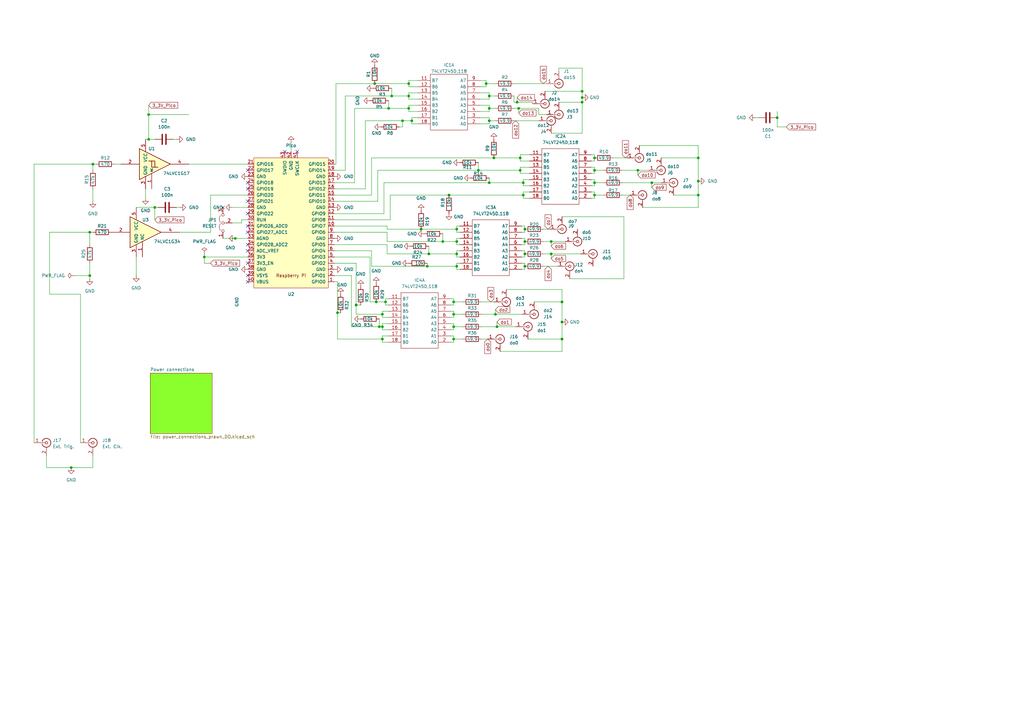
<source format=kicad_sch>
(kicad_sch (version 20230121) (generator eeschema)
  (paper "A3")
  (title_block (title "Prawn DO Breakout") (date "2024-01-19") (rev "01") (company "US Army Research Laboratory") (comment 1 "Email: david.h.meyer3.civ@army.mil") (comment 2 "Original Design By: David Meyer"))
  (junction (at 83.82 105.41))
  (junction (at 214.63 80.01))
  (junction (at 167.64 44.45))
  (junction (at 213.36 69.85))
  (junction (at 187.325 109.22))
  (junction (at 186.055 128.905))
  (junction (at 203.835 133.985))
  (junction (at 213.36 64.77))
  (junction (at 238.76 37.465))
  (junction (at 63.5 85.09))
  (junction (at 226.06 104.14))
  (junction (at 60.96 46.99))
  (junction (at 172.72 93.98))
  (junction (at 203.2 128.905))
  (junction (at 215.265 93.98))
  (junction (at 267.335 74.93))
  (junction (at 199.39 34.29))
  (junction (at 156.845 133.985))
  (junction (at 187.325 104.14))
  (junction (at 186.055 123.825))
  (junction (at 184.15 80.01))
  (junction (at 212.725 44.45))
  (junction (at 200.66 49.53))
  (junction (at 167.64 39.37))
  (junction (at 230.505 132.08))
  (junction (at 215.265 109.22))
  (junction (at 186.055 139.065))
  (junction (at 181.61 99.06))
  (junction (at 167.64 34.29))
  (junction (at 156.845 139.065))
  (junction (at 243.84 64.77))
  (junction (at 200.66 74.93))
  (junction (at 160.655 39.37))
  (junction (at 38.1 67.31))
  (junction (at 286.385 74.295))
  (junction (at 165.1 49.53))
  (junction (at 215.265 99.06))
  (junction (at 243.84 69.85))
  (junction (at 186.055 133.985))
  (junction (at 156.845 128.905))
  (junction (at 146.05 125.095))
  (junction (at 286.385 64.77))
  (junction (at 286.385 80.01))
  (junction (at 243.84 80.01))
  (junction (at 318.77 48.26))
  (junction (at 243.84 74.93))
  (junction (at 187.325 93.98))
  (junction (at 215.265 104.14))
  (junction (at 187.325 99.06))
  (junction (at 175.26 109.22))
  (junction (at 29.21 191.77))
  (junction (at 159.385 44.45))
  (junction (at 155.575 133.985))
  (junction (at 196.215 69.85))
  (junction (at 214.63 74.93))
  (junction (at 238.76 40.005))
  (junction (at 96.52 97.79))
  (junction (at 36.83 95.25))
  (junction (at 230.505 139.065))
  (junction (at 36.83 113.03))
  (junction (at 158.115 123.825))
  (junction (at 154.305 123.825))
  (junction (at 212.09 41.91))
  (junction (at 202.565 64.77))
  (junction (at 200.66 44.45))
  (junction (at 138.43 128.27))
  (junction (at 261.62 69.85))
  (junction (at 60.96 57.15))
  (junction (at 168.91 49.53))
  (junction (at 175.895 104.14))
  (junction (at 153.67 34.29))
  (junction (at 230.505 123.825))
  (junction (at 238.76 41.91))
  (junction (at 200.66 39.37))
  (junction (at 226.06 99.06))
  (no_connect (at 101.6 77.47))
  (no_connect (at 116.84 62.23))
  (no_connect (at 101.6 113.03))
  (no_connect (at 101.6 82.55))
  (no_connect (at 101.6 100.33))
  (no_connect (at 101.6 69.85))
  (no_connect (at 101.6 87.63))
  (no_connect (at 101.6 74.93))
  (no_connect (at 101.6 107.95))
  (no_connect (at 121.92 62.23))
  (no_connect (at 101.6 102.87))
  (no_connect (at 101.6 92.71))
  (no_connect (at 101.6 95.25))
  (no_connect (at 91.44 85.09))
  (no_connect (at 101.6 115.57))
  (wire (pts (xy 214.63 81.28) (xy 217.17 81.28)))
  (wire (pts (xy 187.325 107.95) (xy 187.325 109.22)))
  (wire (pts (xy 187.325 97.79) (xy 187.325 99.06)))
  (wire (pts (xy 213.36 63.5) (xy 217.17 63.5)))
  (wire (pts (xy 59.69 77.47) (xy 59.69 81.28)))
  (wire (pts (xy 242.57 78.74) (xy 243.84 78.74)))
  (wire (pts (xy 155.575 130.81) (xy 155.575 133.985)))
  (wire (pts (xy 159.385 44.45) (xy 167.64 44.45)))
  (wire (pts (xy 243.84 71.12) (xy 242.57 71.12)))
  (wire (pts (xy 243.84 81.28) (xy 242.57 81.28)))
  (wire (pts (xy 168.91 49.53) (xy 168.91 48.26)))
  (wire (pts (xy 217.17 78.74) (xy 214.63 78.74)))
  (wire (pts (xy 99.06 91.44) (xy 99.06 90.17)))
  (wire (pts (xy 144.145 113.03) (xy 144.145 133.985)))
  (wire (pts (xy 222.885 109.22) (xy 228.6 109.22)))
  (wire (pts (xy 184.785 137.795) (xy 186.055 137.795)))
  (wire (pts (xy 203.835 133.985) (xy 211.455 133.985)))
  (wire (pts (xy 157.48 74.93) (xy 200.66 74.93)))
  (wire (pts (xy 242.57 76.2) (xy 243.84 76.2)))
  (wire (pts (xy 186.055 128.905) (xy 189.865 128.905)))
  (wire (pts (xy 215.265 107.95) (xy 215.265 109.22)))
  (wire (pts (xy 186.055 123.825) (xy 189.865 123.825)))
  (wire (pts (xy 160.02 80.01) (xy 184.15 80.01)))
  (wire (pts (xy 187.325 99.06) (xy 187.325 100.33)))
  (wire (pts (xy 217.17 68.58) (xy 213.36 68.58)))
  (wire (pts (xy 255.905 88.9) (xy 230.505 88.9)))
  (wire (pts (xy 238.76 37.465) (xy 238.76 40.005)))
  (wire (pts (xy 322.58 52.07) (xy 318.77 52.07)))
  (wire (pts (xy 60.96 46.99) (xy 60.96 57.15)))
  (wire (pts (xy 167.64 35.56) (xy 167.64 34.29)))
  (wire (pts (xy 230.505 118.745) (xy 207.645 118.745)))
  (wire (pts (xy 215.265 105.41) (xy 215.265 104.14)))
  (wire (pts (xy 243.84 69.85) (xy 243.84 71.12)))
  (wire (pts (xy 71.12 57.15) (xy 72.39 57.15)))
  (wire (pts (xy 146.05 125.095) (xy 146.05 128.905)))
  (wire (pts (xy 229.235 27.94) (xy 238.76 27.94)))
  (wire (pts (xy 175.26 109.22) (xy 187.325 109.22)))
  (wire (pts (xy 200.66 39.37) (xy 203.2 39.37)))
  (wire (pts (xy 200.66 39.37) (xy 200.66 38.1)))
  (wire (pts (xy 171.45 40.64) (xy 167.64 40.64)))
  (wire (pts (xy 213.36 63.5) (xy 213.36 64.77)))
  (wire (pts (xy 156.845 140.335) (xy 159.385 140.335)))
  (wire (pts (xy 20.32 120.65) (xy 20.32 95.25)))
  (wire (pts (xy 243.84 68.58) (xy 243.84 69.85)))
  (wire (pts (xy 165.1 52.07) (xy 165.1 49.53)))
  (wire (pts (xy 141.605 39.37) (xy 141.605 69.85)))
  (wire (pts (xy 199.39 35.56) (xy 199.39 34.29)))
  (wire (pts (xy 137.16 105.41) (xy 151.765 105.41)))
  (wire (pts (xy 86.36 95.25) (xy 86.36 80.01)))
  (wire (pts (xy 20.32 95.25) (xy 36.83 95.25)))
  (wire (pts (xy 286.385 74.295) (xy 286.385 64.77)))
  (wire (pts (xy 158.115 122.555) (xy 158.115 123.825)))
  (wire (pts (xy 184.15 80.01) (xy 214.63 80.01)))
  (wire (pts (xy 213.36 69.85) (xy 213.36 71.12)))
  (wire (pts (xy 137.16 107.95) (xy 146.05 107.95)))
  (wire (pts (xy 137.16 67.31) (xy 137.795 67.31)))
  (wire (pts (xy 38.1 67.31) (xy 38.1 69.85)))
  (wire (pts (xy 19.05 186.69) (xy 19.05 191.77)))
  (wire (pts (xy 171.45 35.56) (xy 167.64 35.56)))
  (wire (pts (xy 196.85 50.8) (xy 200.66 50.8)))
  (wire (pts (xy 184.785 132.715) (xy 186.055 132.715)))
  (wire (pts (xy 212.725 44.45) (xy 212.725 46.355)))
  (wire (pts (xy 145.415 44.45) (xy 145.415 74.93)))
  (wire (pts (xy 243.84 63.5) (xy 243.84 64.77)))
  (wire (pts (xy 263.525 85.09) (xy 286.385 85.09)))
  (wire (pts (xy 83.82 105.41) (xy 83.82 107.95)))
  (wire (pts (xy 158.75 100.33) (xy 158.75 104.14)))
  (wire (pts (xy 77.47 46.99) (xy 60.96 46.99)))
  (wire (pts (xy 186.055 122.555) (xy 184.785 122.555)))
  (wire (pts (xy 167.64 44.45) (xy 167.64 43.18)))
  (wire (pts (xy 197.485 133.985) (xy 203.835 133.985)))
  (wire (pts (xy 159.385 122.555) (xy 158.115 122.555)))
  (wire (pts (xy 243.84 64.77) (xy 243.84 66.04)))
  (wire (pts (xy 222.885 99.06) (xy 226.06 99.06)))
  (wire (pts (xy 188.595 97.79) (xy 187.325 97.79)))
  (wire (pts (xy 159.385 127.635) (xy 156.845 127.635)))
  (wire (pts (xy 212.09 41.91) (xy 210.82 41.91)))
  (wire (pts (xy 224.155 46.99) (xy 220.98 46.99)))
  (wire (pts (xy 215.265 95.25) (xy 215.265 93.98)))
  (wire (pts (xy 184.785 140.335) (xy 186.055 140.335)))
  (wire (pts (xy 200.66 44.45) (xy 200.66 43.18)))
  (wire (pts (xy 242.57 63.5) (xy 243.84 63.5)))
  (wire (pts (xy 214.63 76.2) (xy 217.17 76.2)))
  (wire (pts (xy 96.52 97.79) (xy 101.6 97.79)))
  (wire (pts (xy 137.16 90.17) (xy 160.02 90.17)))
  (wire (pts (xy 222.885 93.98) (xy 225.425 93.98)))
  (wire (pts (xy 149.86 49.53) (xy 165.1 49.53)))
  (wire (pts (xy 220.98 49.53) (xy 210.82 49.53)))
  (wire (pts (xy 141.605 39.37) (xy 160.655 39.37)))
  (wire (pts (xy 215.265 100.33) (xy 215.265 99.06)))
  (wire (pts (xy 156.845 137.795) (xy 156.845 139.065)))
  (wire (pts (xy 187.325 105.41) (xy 188.595 105.41)))
  (wire (pts (xy 203.835 132.08) (xy 203.835 133.985)))
  (wire (pts (xy 197.485 139.065) (xy 200.025 139.065)))
  (wire (pts (xy 146.05 128.905) (xy 156.845 128.905)))
  (wire (pts (xy 200.66 39.37) (xy 200.66 40.64)))
  (wire (pts (xy 159.385 132.715) (xy 156.845 132.715)))
  (wire (pts (xy 243.84 69.85) (xy 247.65 69.85)))
  (wire (pts (xy 144.145 133.985) (xy 155.575 133.985)))
  (wire (pts (xy 33.02 120.65) (xy 20.32 120.65)))
  (wire (pts (xy 13.97 181.61) (xy 13.97 67.31)))
  (wire (pts (xy 186.055 137.795) (xy 186.055 139.065)))
  (wire (pts (xy 203.2 34.29) (xy 199.39 34.29)))
  (wire (pts (xy 276.225 80.01) (xy 286.385 80.01)))
  (wire (pts (xy 219.075 123.825) (xy 230.505 123.825)))
  (wire (pts (xy 158.75 104.14) (xy 175.895 104.14)))
  (wire (pts (xy 218.44 41.91) (xy 218.44 42.545)))
  (wire (pts (xy 226.06 99.06) (xy 226.06 100.965)))
  (wire (pts (xy 197.485 128.905) (xy 203.2 128.905)))
  (wire (pts (xy 137.16 77.47) (xy 149.86 77.47)))
  (wire (pts (xy 196.85 38.1) (xy 200.66 38.1)))
  (wire (pts (xy 230.505 144.145) (xy 230.505 139.065)))
  (wire (pts (xy 309.88 48.26) (xy 311.15 48.26)))
  (wire (pts (xy 137.16 82.55) (xy 154.94 82.55)))
  (wire (pts (xy 238.76 41.91) (xy 238.76 54.61)))
  (wire (pts (xy 213.995 105.41) (xy 215.265 105.41)))
  (wire (pts (xy 137.16 115.57) (xy 138.43 115.57)))
  (wire (pts (xy 213.995 107.95) (xy 215.265 107.95)))
  (wire (pts (xy 59.69 57.15) (xy 60.96 57.15)))
  (wire (pts (xy 187.325 104.14) (xy 187.325 105.41)))
  (wire (pts (xy 36.83 95.25) (xy 36.83 100.33)))
  (wire (pts (xy 186.055 122.555) (xy 186.055 123.825)))
  (wire (pts (xy 154.94 69.85) (xy 154.94 82.55)))
  (wire (pts (xy 171.45 45.72) (xy 167.64 45.72)))
  (wire (pts (xy 267.335 74.93) (xy 271.145 74.93)))
  (wire (pts (xy 222.885 104.14) (xy 226.06 104.14)))
  (wire (pts (xy 83.82 107.95) (xy 86.36 107.95)))
  (wire (pts (xy 255.905 114.3) (xy 255.905 88.9)))
  (wire (pts (xy 172.72 93.98) (xy 187.325 93.98)))
  (wire (pts (xy 243.84 78.74) (xy 243.84 80.01)))
  (wire (pts (xy 255.27 69.85) (xy 261.62 69.85)))
  (wire (pts (xy 156.845 139.065) (xy 156.845 140.335)))
  (wire (pts (xy 168.91 50.8) (xy 168.91 49.53)))
  (wire (pts (xy 167.64 40.64) (xy 167.64 39.37)))
  (wire (pts (xy 187.325 100.33) (xy 188.595 100.33)))
  (wire (pts (xy 238.76 54.61) (xy 226.06 54.61)))
  (wire (pts (xy 91.44 97.79) (xy 96.52 97.79)))
  (wire (pts (xy 226.06 106.045) (xy 226.06 104.14)))
  (wire (pts (xy 55.88 105.41) (xy 55.88 113.03)))
  (wire (pts (xy 213.995 100.33) (xy 215.265 100.33)))
  (wire (pts (xy 138.43 128.27) (xy 139.7 128.27)))
  (wire (pts (xy 158.75 99.06) (xy 181.61 99.06)))
  (wire (pts (xy 202.565 64.77) (xy 213.36 64.77)))
  (wire (pts (xy 238.76 40.005) (xy 238.76 41.91)))
  (wire (pts (xy 151.765 123.825) (xy 154.305 123.825)))
  (wire (pts (xy 203.2 128.905) (xy 213.995 128.905)))
  (wire (pts (xy 154.94 69.85) (xy 196.215 69.85)))
  (wire (pts (xy 138.43 115.57) (xy 138.43 128.27)))
  (wire (pts (xy 38.1 77.47) (xy 38.1 82.55)))
  (wire (pts (xy 230.505 132.08) (xy 230.505 139.065)))
  (wire (pts (xy 95.25 91.44) (xy 99.06 91.44)))
  (wire (pts (xy 215.265 109.22) (xy 215.265 110.49)))
  (wire (pts (xy 187.325 102.87) (xy 187.325 104.14)))
  (wire (pts (xy 213.36 68.58) (xy 213.36 69.85)))
  (wire (pts (xy 196.85 45.72) (xy 200.66 45.72)))
  (wire (pts (xy 230.505 118.745) (xy 230.505 123.825)))
  (wire (pts (xy 243.84 74.93) (xy 243.84 76.2)))
  (wire (pts (xy 188.595 95.25) (xy 187.325 95.25)))
  (wire (pts (xy 286.385 64.77) (xy 286.385 59.69)))
  (wire (pts (xy 186.055 140.335) (xy 186.055 139.065)))
  (wire (pts (xy 181.61 99.06) (xy 187.325 99.06)))
  (wire (pts (xy 151.765 105.41) (xy 151.765 123.825)))
  (wire (pts (xy 158.115 125.095) (xy 159.385 125.095)))
  (wire (pts (xy 186.055 127.635) (xy 186.055 128.905)))
  (wire (pts (xy 153.67 34.29) (xy 167.64 34.29)))
  (wire (pts (xy 200.66 74.93) (xy 214.63 74.93)))
  (wire (pts (xy 271.145 64.77) (xy 286.385 64.77)))
  (wire (pts (xy 199.39 34.29) (xy 199.39 33.02)))
  (wire (pts (xy 157.48 74.93) (xy 157.48 87.63)))
  (wire (pts (xy 230.505 123.825) (xy 230.505 132.08)))
  (wire (pts (xy 187.325 92.71) (xy 188.595 92.71)))
  (wire (pts (xy 238.76 27.94) (xy 238.76 37.465)))
  (wire (pts (xy 156.845 133.985) (xy 156.845 135.255)))
  (wire (pts (xy 188.595 107.95) (xy 187.325 107.95)))
  (wire (pts (xy 99.06 90.17) (xy 101.6 90.17)))
  (wire (pts (xy 187.325 93.98) (xy 187.325 92.71)))
  (wire (pts (xy 215.265 102.87) (xy 213.995 102.87)))
  (wire (pts (xy 214.63 78.74) (xy 214.63 80.01)))
  (wire (pts (xy 137.16 92.71) (xy 158.75 92.71)))
  (wire (pts (xy 213.36 64.77) (xy 213.36 66.04)))
  (wire (pts (xy 137.16 74.93) (xy 145.415 74.93)))
  (wire (pts (xy 286.385 59.69) (xy 262.255 59.69)))
  (wire (pts (xy 196.85 35.56) (xy 199.39 35.56)))
  (wire (pts (xy 186.055 125.095) (xy 184.785 125.095)))
  (wire (pts (xy 83.82 104.14) (xy 83.82 105.41)))
  (wire (pts (xy 159.385 137.795) (xy 156.845 137.795)))
  (wire (pts (xy 158.75 93.98) (xy 172.72 93.98)))
  (wire (pts (xy 243.84 74.93) (xy 247.65 74.93)))
  (wire (pts (xy 63.5 85.09) (xy 63.5 90.17)))
  (wire (pts (xy 243.84 80.01) (xy 247.65 80.01)))
  (wire (pts (xy 184.785 135.255) (xy 186.055 135.255)))
  (wire (pts (xy 36.83 107.95) (xy 36.83 113.03)))
  (wire (pts (xy 200.66 45.72) (xy 200.66 44.45)))
  (wire (pts (xy 55.88 85.09) (xy 63.5 85.09)))
  (wire (pts (xy 261.62 69.85) (xy 266.065 69.85)))
  (wire (pts (xy 175.26 107.95) (xy 175.26 109.22)))
  (wire (pts (xy 286.385 74.295) (xy 286.385 80.01)))
  (wire (pts (xy 261.62 69.85) (xy 261.62 71.755)))
  (wire (pts (xy 46.99 67.31) (xy 49.53 67.31)))
  (wire (pts (xy 63.5 85.09) (xy 64.77 85.09)))
  (wire (pts (xy 152.4 64.77) (xy 152.4 80.01)))
  (wire (pts (xy 149.86 49.53) (xy 149.86 77.47)))
  (wire (pts (xy 200.66 49.53) (xy 203.2 49.53)))
  (wire (pts (xy 156.845 130.175) (xy 159.385 130.175)))
  (wire (pts (xy 200.66 50.8) (xy 200.66 49.53)))
  (wire (pts (xy 286.385 80.01) (xy 286.385 85.09)))
  (wire (pts (xy 160.655 39.37) (xy 167.64 39.37)))
  (wire (pts (xy 137.16 80.01) (xy 152.4 80.01)))
  (wire (pts (xy 318.77 52.07) (xy 318.77 48.26)))
  (wire (pts (xy 60.96 57.15) (xy 63.5 57.15)))
  (wire (pts (xy 196.85 40.64) (xy 200.66 40.64)))
  (wire (pts (xy 137.16 69.85) (xy 141.605 69.85)))
  (wire (pts (xy 156.845 128.905) (xy 156.845 130.175)))
  (wire (pts (xy 212.09 40.005) (xy 212.09 41.91)))
  (wire (pts (xy 13.97 67.31) (xy 38.1 67.31)))
  (wire (pts (xy 187.325 95.25) (xy 187.325 93.98)))
  (wire (pts (xy 152.4 102.87) (xy 152.4 109.22)))
  (wire (pts (xy 200.66 44.45) (xy 203.2 44.45)))
  (wire (pts (xy 242.57 68.58) (xy 243.84 68.58)))
  (wire (pts (xy 210.82 34.29) (xy 224.155 34.29)))
  (wire (pts (xy 38.1 186.69) (xy 38.1 191.77)))
  (wire (pts (xy 30.48 113.03) (xy 36.83 113.03)))
  (wire (pts (xy 77.47 67.31) (xy 101.6 67.31)))
  (wire (pts (xy 229.235 41.91) (xy 238.76 41.91)))
  (wire (pts (xy 145.415 44.45) (xy 159.385 44.45)))
  (wire (pts (xy 181.61 95.885) (xy 181.61 99.06)))
  (wire (pts (xy 38.1 67.31) (xy 39.37 67.31)))
  (wire (pts (xy 83.82 105.41) (xy 101.6 105.41)))
  (wire (pts (xy 137.795 34.29) (xy 153.67 34.29)))
  (wire (pts (xy 167.64 38.1) (xy 171.45 38.1)))
  (wire (pts (xy 214.63 80.01) (xy 214.63 81.28)))
  (wire (pts (xy 217.17 73.66) (xy 214.63 73.66)))
  (wire (pts (xy 156.845 127.635) (xy 156.845 128.905)))
  (wire (pts (xy 251.46 64.77) (xy 257.175 64.77)))
  (wire (pts (xy 137.16 95.25) (xy 158.75 95.25)))
  (wire (pts (xy 196.215 69.85) (xy 213.36 69.85)))
  (wire (pts (xy 167.64 43.18) (xy 171.45 43.18)))
  (wire (pts (xy 214.63 73.66) (xy 214.63 74.93)))
  (wire (pts (xy 137.16 87.63) (xy 157.48 87.63)))
  (wire (pts (xy 196.85 43.18) (xy 200.66 43.18)))
  (wire (pts (xy 186.055 128.905) (xy 186.055 130.175)))
  (wire (pts (xy 72.39 85.09) (xy 73.66 85.09)))
  (wire (pts (xy 215.265 97.79) (xy 213.995 97.79)))
  (wire (pts (xy 242.57 73.66) (xy 243.84 73.66)))
  (wire (pts (xy 215.265 99.06) (xy 215.265 97.79)))
  (wire (pts (xy 60.96 43.18) (xy 60.96 46.99)))
  (wire (pts (xy 175.895 104.14) (xy 187.325 104.14)))
  (wire (pts (xy 200.66 73.025) (xy 200.66 74.93)))
  (wire (pts (xy 167.64 34.29) (xy 167.64 33.02)))
  (wire (pts (xy 146.05 107.95) (xy 146.05 125.095)))
  (wire (pts (xy 160.02 80.01) (xy 160.02 90.17)))
  (wire (pts (xy 196.85 48.26) (xy 200.66 48.26)))
  (wire (pts (xy 154.305 123.825) (xy 158.115 123.825)))
  (wire (pts (xy 197.485 123.825) (xy 202.565 123.825)))
  (wire (pts (xy 138.43 128.27) (xy 138.43 139.065)))
  (wire (pts (xy 213.995 95.25) (xy 215.265 95.25)))
  (wire (pts (xy 175.895 100.965) (xy 175.895 104.14)))
  (wire (pts (xy 168.91 48.26) (xy 171.45 48.26)))
  (wire (pts (xy 73.66 95.25) (xy 86.36 95.25)))
  (wire (pts (xy 196.85 33.02) (xy 199.39 33.02)))
  (wire (pts (xy 171.45 50.8) (xy 168.91 50.8)))
  (wire (pts (xy 158.75 95.25) (xy 158.75 99.06)))
  (wire (pts (xy 213.36 71.12) (xy 217.17 71.12)))
  (wire (pts (xy 196.215 66.675) (xy 196.215 69.85)))
  (wire (pts (xy 119.38 62.23) (xy 119.38 58.42)))
  (wire (pts (xy 210.82 41.91) (xy 210.82 39.37)))
  (wire (pts (xy 255.27 80.01) (xy 258.445 80.01)))
  (wire (pts (xy 33.02 181.61) (xy 33.02 120.65)))
  (wire (pts (xy 86.36 80.01) (xy 101.6 80.01)))
  (wire (pts (xy 267.335 74.93) (xy 267.335 76.835)))
  (wire (pts (xy 243.84 80.01) (xy 243.84 81.28)))
  (wire (pts (xy 205.105 144.145) (xy 230.505 144.145)))
  (wire (pts (xy 186.055 132.715) (xy 186.055 133.985)))
  (wire (pts (xy 215.265 93.98) (xy 215.265 92.71)))
  (wire (pts (xy 167.64 45.72) (xy 167.64 44.45)))
  (wire (pts (xy 152.4 109.22) (xy 175.26 109.22)))
  (wire (pts (xy 226.06 104.14) (xy 238.125 104.14)))
  (wire (pts (xy 158.75 92.71) (xy 158.75 93.98)))
  (wire (pts (xy 156.845 135.255) (xy 159.385 135.255)))
  (wire (pts (xy 210.82 44.45) (xy 212.725 44.45)))
  (wire (pts (xy 243.84 66.04) (xy 242.57 66.04)))
  (wire (pts (xy 220.98 46.99) (xy 220.98 44.45)))
  (wire (pts (xy 186.055 133.985) (xy 189.865 133.985)))
  (wire (pts (xy 188.595 102.87) (xy 187.325 102.87)))
  (wire (pts (xy 184.785 127.635) (xy 186.055 127.635)))
  (wire (pts (xy 233.68 114.3) (xy 255.905 114.3)))
  (wire (pts (xy 160.655 36.195) (xy 160.655 39.37)))
  (wire (pts (xy 156.845 132.715) (xy 156.845 133.985)))
  (wire (pts (xy 137.16 113.03) (xy 144.145 113.03)))
  (wire (pts (xy 215.265 110.49) (xy 213.995 110.49)))
  (wire (pts (xy 215.265 104.14) (xy 215.265 102.87)))
  (wire (pts (xy 226.06 99.06) (xy 231.775 99.06)))
  (wire (pts (xy 229.235 27.94) (xy 229.235 29.21)))
  (wire (pts (xy 138.43 139.065) (xy 156.845 139.065)))
  (wire (pts (xy 215.265 92.71) (xy 213.995 92.71)))
  (wire (pts (xy 255.27 74.93) (xy 267.335 74.93)))
  (wire (pts (xy 186.055 125.095) (xy 186.055 123.825)))
  (wire (pts (xy 155.575 133.985) (xy 156.845 133.985)))
  (wire (pts (xy 218.44 41.91) (xy 212.09 41.91)))
  (wire (pts (xy 213.36 66.04) (xy 217.17 66.04)))
  (wire (pts (xy 36.83 113.03) (xy 36.83 114.3)))
  (wire (pts (xy 214.63 74.93) (xy 214.63 76.2)))
  (wire (pts (xy 137.795 34.29) (xy 137.795 67.31)))
  (wire (pts (xy 243.84 73.66) (xy 243.84 74.93)))
  (wire (pts (xy 167.64 33.02) (xy 171.45 33.02)))
  (wire (pts (xy 223.52 37.465) (xy 238.76 37.465)))
  (wire (pts (xy 184.785 130.175) (xy 186.055 130.175)))
  (wire (pts (xy 186.055 139.065) (xy 189.865 139.065)))
  (wire (pts (xy 200.66 49.53) (xy 200.66 48.26)))
  (wire (pts (xy 187.325 110.49) (xy 188.595 110.49)))
  (wire (pts (xy 95.25 85.09) (xy 101.6 85.09)))
  (wire (pts (xy 158.115 123.825) (xy 158.115 125.095)))
  (wire (pts (xy 186.055 133.985) (xy 186.055 135.255)))
  (wire (pts (xy 163.83 52.07) (xy 165.1 52.07)))
  (wire (pts (xy 19.05 191.77) (xy 29.21 191.77)))
  (wire (pts (xy 187.325 109.22) (xy 187.325 110.49)))
  (wire (pts (xy 216.535 139.065) (xy 230.505 139.065)))
  (wire (pts (xy 318.77 48.26) (xy 318.77 45.72)))
  (wire (pts (xy 137.16 102.87) (xy 152.4 102.87)))
  (wire (pts (xy 146.05 125.095) (xy 147.955 125.095)))
  (wire (pts (xy 212.725 44.45) (xy 220.98 44.45)))
  (wire (pts (xy 165.1 49.53) (xy 168.91 49.53)))
  (wire (pts (xy 137.16 100.33) (xy 158.75 100.33)))
  (wire (pts (xy 152.4 64.77) (xy 202.565 64.77)))
  (wire (pts (xy 167.64 39.37) (xy 167.64 38.1)))
  (wire (pts (xy 38.1 191.77) (xy 29.21 191.77)))
  (wire (pts (xy 203.2 127) (xy 203.2 128.905)))
  (wire (pts (xy 159.385 41.275) (xy 159.385 44.45)))
  (wire (pts (xy 36.83 95.25) (xy 38.1 95.25)))
  (global_label "do13" (shape input) (at 212.725 46.355 0) (property "Intersheetrefs" "${INTERSHEET_REFS}" (effects hide)))
  (global_label "3_3V_Pico" (shape input) (at 60.96 43.18 0) (property "Intersheetrefs" "${INTERSHEET_REFS}" (effects hide)))
  (global_label "do4" (shape input) (at 224.79 109.22 270) (property "Intersheetrefs" "${INTERSHEET_REFS}" (effects hide)))
  (global_label "do12" (shape input) (at 211.455 49.53 270) (property "Intersheetrefs" "${INTERSHEET_REFS}" (effects hide)))
  (global_label "do15" (shape input) (at 222.885 34.29 90) (property "Intersheetrefs" "${INTERSHEET_REFS}" (effects hide)))
  (global_label "do2" (shape input) (at 203.2 127 0) (property "Intersheetrefs" "${INTERSHEET_REFS}" (effects hide)))
  (global_label "3_3V_Pico" (shape input) (at 86.36 107.95 0) (property "Intersheetrefs" "${INTERSHEET_REFS}" (effects hide)))
  (global_label "do7" (shape input) (at 224.79 93.98 90) (property "Intersheetrefs" "${INTERSHEET_REFS}" (effects hide)))
  (global_label "3_3V_Pico" (shape input) (at 322.58 52.07 0) (property "Intersheetrefs" "${INTERSHEET_REFS}" (effects hide)))
  (global_label "do9" (shape input) (at 267.335 76.835 0) (property "Intersheetrefs" "${INTERSHEET_REFS}" (effects hide)))
  (global_label "do3" (shape input) (at 201.295 123.825 90) (property "Intersheetrefs" "${INTERSHEET_REFS}" (effects hide)))
  (global_label "do5" (shape input) (at 226.06 106.045 0) (property "Intersheetrefs" "${INTERSHEET_REFS}" (effects hide)))
  (global_label "do0" (shape input) (at 200.025 139.065 270) (property "Intersheetrefs" "${INTERSHEET_REFS}" (effects hide)))
  (global_label "do10" (shape input) (at 261.62 71.755 0) (property "Intersheetrefs" "${INTERSHEET_REFS}" (effects hide)))
  (global_label "3_3V_Pico" (shape input) (at 63.5 90.17 0) (property "Intersheetrefs" "${INTERSHEET_REFS}" (effects hide)))
  (global_label "do14" (shape input) (at 212.09 40.005 0) (property "Intersheetrefs" "${INTERSHEET_REFS}" (effects hide)))
  (global_label "do8" (shape input) (at 258.445 80.01 270) (property "Intersheetrefs" "${INTERSHEET_REFS}" (effects hide)))
  (global_label "do1" (shape input) (at 203.835 132.08 0) (property "Intersheetrefs" "${INTERSHEET_REFS}" (effects hide)))
  (global_label "do6" (shape input) (at 226.06 100.965 0) (property "Intersheetrefs" "${INTERSHEET_REFS}" (effects hide)))
  (global_label "do11" (shape input) (at 256.54 64.77 90) (property "Intersheetrefs" "${INTERSHEET_REFS}" (effects hide)))
  (symbol (lib_id "Connector:Conn_Coaxial") (at 38.1 181.61 0) (unit 1)
    (property "Reference" "J18" (at 41.91 180.6332 0) (effects (justify left)))
    (property "Value" "Ext. Clk." (at 41.91 183.1732 0) (effects (justify left)))
    (property "Footprint" "Connector_Coaxial:SMA_Amphenol_132289_EdgeMount" (effects hide))
    (property "Datasheet" " ~" (effects hide))
  )
  (symbol (lib_id "Device:R") (at 38.1 73.66 0) (unit 1)
    (property "Reference" "R15" (at 35.56 75.565 90) (effects (justify left)))
    (property "Value" "47k" (at 38.1 75.565 90) (effects (justify left)))
    (property "Footprint" "Resistor_SMD:R_1206_3216Metric_Pad1.30x1.75mm_HandSolder" (effects hide))
  )
  (symbol (lib_id "Connector:Conn_Coaxial") (at 216.535 133.985 0) (unit 1)
    (property "Reference" "J15" (at 220.345 133.0082 0) (effects (justify left)))
    (property "Value" "do1" (at 220.345 135.5482 0) (effects (justify left)))
    (property "Footprint" "Connector_Coaxial:SMA_Amphenol_132134_Vertical" (effects hide))
    (property "Datasheet" " ~" (effects hide))
  )
  (symbol (lib_id "74LVT245D_118:74LVT245D,118_(split)") (at 229.87 85.09 180) (unit 1)
    (property "Reference" "IC2" (at 229.87 55.88 0))
    (property "Value" "74LVT245D,118" (at 229.87 58.42 0))
    (property "Footprint" "ICs:SOIC127P1032X265-20N" (effects hide))
    (property "Datasheet" "https://assets.nexperia.com/documents/data-sheet/74LVT245.pdf" (effects hide))
    (property "Description" "74LVT245 - 3.3 V octal transceiver with direction pin (3-state)@en-us" (effects hide))
  )
  (symbol (lib_id "power:GND") (at 139.7 120.65 180) (unit 1)
    (property "Reference" "#PWR033" (effects hide))
    (property "Value" "GND" (at 140.335 116.84 0))
  )
  (symbol (lib_id "power:GND") (at 202.565 57.15 180) (unit 1)
    (property "Reference" "#PWR08" (effects hide))
    (property "Value" "GND" (at 202.565 52.07 0))
  )
  (symbol (lib_id "Connector:Conn_Coaxial") (at 223.52 42.545 0) (mirror x) (unit 1)
    (property "Reference" "J2" (at 227.33 38.1 0))
    (property "Value" "do14" (at 227.33 40.64 0))
    (property "Footprint" "Connector_Coaxial:SMA_Amphenol_132134_Vertical" (effects hide))
    (property "Datasheet" " ~" (effects hide))
  )
  (symbol (lib_id "Device:R") (at 207.01 39.37 90) (unit 1)
    (property "Reference" "R4" (at 207.01 36.83 90))
    (property "Value" "49.9" (at 207.01 39.37 90))
    (property "Footprint" "Resistor_SMD:R_1206_3216Metric_Pad1.30x1.75mm_HandSolder" (effects hide))
  )
  (symbol (lib_id "Connector:Conn_Coaxial") (at 276.225 74.93 0) (unit 1)
    (property "Reference" "J7" (at 280.035 73.9532 0) (effects (justify left)))
    (property "Value" "do9" (at 280.035 76.4932 0) (effects (justify left)))
    (property "Footprint" "Connector_Coaxial:SMA_Amphenol_132134_Vertical" (effects hide))
    (property "Datasheet" " ~" (effects hide))
  )
  (symbol (lib_id "Device:R") (at 43.18 67.31 90) (unit 1)
    (property "Reference" "R12" (at 43.18 64.77 90))
    (property "Value" "470" (at 43.18 67.31 90))
    (property "Footprint" "Resistor_SMD:R_1206_3216Metric_Pad1.30x1.75mm_HandSolder" (effects hide))
  )
  (symbol (lib_id "Connector:Conn_Coaxial") (at 229.235 46.99 0) (mirror x) (unit 1)
    (property "Reference" "J3" (at 232.41 47.9668 0) (effects (justify left)))
    (property "Value" "do13" (at 232.41 45.4268 0) (effects (justify left)))
    (property "Footprint" "Connector_Coaxial:SMA_Amphenol_132134_Vertical" (effects hide))
    (property "Datasheet" " ~" (effects hide))
  )
  (symbol (lib_id "power:GND") (at 188.595 66.675 270) (unit 1)
    (property "Reference" "#PWR010" (effects hide))
    (property "Value" "GND" (at 185.42 66.675 90) (effects (justify right)))
  )
  (symbol (lib_id "power:GND") (at 73.66 85.09 90) (unit 1)
    (property "Reference" "#PWR017" (effects hide))
    (property "Value" "GND" (at 77.47 85.09 90) (effects (justify right)))
  )
  (symbol (lib_id "power:GND") (at 29.21 191.77 0) (unit 1)
    (property "Reference" "#PWR036" (effects hide))
    (property "Value" "GND" (at 29.21 196.85 0))
  )
  (symbol (lib_id "Device:R") (at 207.01 34.29 90) (unit 1)
    (property "Reference" "R2" (at 207.01 31.75 90))
    (property "Value" "49.9" (at 207.01 34.29 90))
    (property "Footprint" "Resistor_SMD:R_1206_3216Metric_Pad1.30x1.75mm_HandSolder" (effects hide))
  )
  (symbol (lib_id "Device:R") (at 219.075 99.06 90) (unit 1)
    (property "Reference" "R23" (at 219.075 96.52 90))
    (property "Value" "49.9" (at 219.075 99.06 90))
    (property "Footprint" "Resistor_SMD:R_1206_3216Metric_Pad1.30x1.75mm_HandSolder" (effects hide))
  )
  (symbol (lib_id "Device:R") (at 251.46 80.01 90) (unit 1)
    (property "Reference" "R17" (at 251.46 78.105 90))
    (property "Value" "49.9" (at 251.46 80.01 90))
    (property "Footprint" "Resistor_SMD:R_1206_3216Metric_Pad1.30x1.75mm_HandSolder" (effects hide))
  )
  (symbol (lib_id "power:PWR_FLAG") (at 83.82 104.14 0) (unit 1)
    (property "Reference" "#FLG01" (effects hide))
    (property "Value" "PWR_FLAG" (at 83.82 99.06 0))
  )
  (symbol (lib_id "Device:R") (at 171.45 107.95 270) (unit 1)
    (property "Reference" "R27" (at 168.91 105.41 90) (effects (justify left)))
    (property "Value" "10k" (at 170.18 107.95 90) (effects (justify left)))
    (property "Footprint" "Resistor_SMD:R_0805_2012Metric_Pad1.20x1.40mm_HandSolder" (effects hide))
  )
  (symbol (lib_id "Device:R") (at 154.305 120.015 0) (unit 1)
    (property "Reference" "R29" (at 156.845 118.745 90) (effects (justify right)))
    (property "Value" "10k" (at 154.305 118.745 90) (effects (justify right)))
    (property "Footprint" "Resistor_SMD:R_0805_2012Metric_Pad1.20x1.40mm_HandSolder" (effects hide))
  )
  (symbol (lib_id "power:GND") (at 173.99 95.885 270) (unit 1)
    (property "Reference" "#PWR022" (effects hide))
    (property "Value" "GND" (at 167.005 95.885 90) (effects (justify left)))
  )
  (symbol (lib_id "power:PWR_FLAG") (at 30.48 113.03 90) (unit 1)
    (property "Reference" "#FLG02" (effects hide))
    (property "Value" "PWR_FLAG" (at 26.67 113.03 90) (effects (justify left)))
  )
  (symbol (lib_id "power:GND") (at 286.385 74.295 90) (unit 1)
    (property "Reference" "#PWR014" (effects hide))
    (property "Value" "GND" (at 290.195 74.295 90) (effects (justify right)))
  )
  (symbol (lib_id "Device:R") (at 172.72 90.17 0) (unit 1)
    (property "Reference" "R19" (at 175.26 88.9 90) (effects (justify right)))
    (property "Value" "10k" (at 172.72 88.9 90) (effects (justify right)))
    (property "Footprint" "Resistor_SMD:R_0805_2012Metric_Pad1.20x1.40mm_HandSolder" (effects hide))
  )
  (symbol (lib_id "power:GND") (at 193.04 73.025 270) (unit 1)
    (property "Reference" "#PWR013" (effects hide))
    (property "Value" "GND" (at 187.96 73.025 90))
  )
  (symbol (lib_id "power:GND") (at 101.6 110.49 270) (unit 1)
    (property "Reference" "#PWR027" (effects hide))
    (property "Value" "GND" (at 97.79 110.49 90) (effects (justify right)))
  )
  (symbol (lib_id "Device:C") (at 67.31 57.15 90) (unit 1)
    (property "Reference" "C2" (at 67.31 49.53 90))
    (property "Value" "100n" (at 67.31 52.07 90))
    (property "Footprint" "Capacitor_SMD:C_0805_2012Metric_Pad1.18x1.45mm_HandSolder" (effects hide))
  )
  (symbol (lib_id "power:GND") (at 309.88 48.26 270) (unit 1)
    (property "Reference" "#PWR05" (effects hide))
    (property "Value" "GND" (at 306.07 48.26 90) (effects (justify right)))
  )
  (symbol (lib_id "Device:R") (at 41.91 95.25 90) (unit 1)
    (property "Reference" "R21" (at 41.91 92.71 90))
    (property "Value" "470" (at 41.91 95.25 90))
    (property "Footprint" "Resistor_SMD:R_1206_3216Metric_Pad1.30x1.75mm_HandSolder" (effects hide))
  )
  (symbol (lib_id "Device:R") (at 219.075 93.98 90) (unit 1)
    (property "Reference" "R20" (at 219.075 92.075 90))
    (property "Value" "49.9" (at 219.075 93.98 90))
    (property "Footprint" "Resistor_SMD:R_1206_3216Metric_Pad1.30x1.75mm_HandSolder" (effects hide))
  )
  (symbol (lib_id "Connector:Conn_Coaxial") (at 262.255 64.77 0) (mirror x) (unit 1)
    (property "Reference" "J5" (at 264.795 65.7468 0) (effects (justify left)))
    (property "Value" "do11" (at 264.795 63.2068 0) (effects (justify left)))
    (property "Footprint" "Connector_Coaxial:SMA_Amphenol_132134_Vertical" (effects hide))
    (property "Datasheet" " ~" (effects hide))
  )
  (symbol (lib_id "Device:R") (at 193.675 139.065 90) (unit 1)
    (property "Reference" "R36" (at 193.675 136.525 90))
    (property "Value" "49.9" (at 193.675 139.065 90))
    (property "Footprint" "Resistor_SMD:R_1206_3216Metric_Pad1.30x1.75mm_HandSolder" (effects hide))
  )
  (symbol (lib_id "power:GND") (at 147.955 117.475 180) (unit 1)
    (property "Reference" "#PWR032" (effects hide))
    (property "Value" "GND" (at 147.955 112.395 0))
  )
  (symbol (lib_id "power:GND") (at 95.25 85.09 270) (unit 1)
    (property "Reference" "#PWR018" (effects hide))
    (property "Value" "GND" (at 91.44 85.09 90) (effects (justify right)))
  )
  (symbol (lib_id "Device:R") (at 160.02 52.07 270) (unit 1)
    (property "Reference" "R8" (at 161.29 54.61 90) (effects (justify right)))
    (property "Value" "10k" (at 161.29 52.07 90) (effects (justify right)))
    (property "Footprint" "Resistor_SMD:R_0805_2012Metric_Pad1.20x1.40mm_HandSolder" (effects hide))
  )
  (symbol (lib_id "Device:R") (at 193.675 123.825 90) (unit 1)
    (property "Reference" "R31" (at 193.675 121.285 90))
    (property "Value" "49.9" (at 193.675 123.825 90))
    (property "Footprint" "Resistor_SMD:R_1206_3216Metric_Pad1.30x1.75mm_HandSolder" (effects hide))
  )
  (symbol (lib_id "Connector:Conn_Coaxial") (at 243.205 104.14 0) (unit 1)
    (property "Reference" "J11" (at 247.015 103.1632 0) (effects (justify left)))
    (property "Value" "do5" (at 247.015 105.7032 0) (effects (justify left)))
    (property "Footprint" "Connector_Coaxial:SMA_Amphenol_132134_Vertical" (effects hide))
    (property "Datasheet" " ~" (effects hide))
  )
  (symbol (lib_id "Device:R") (at 193.675 133.985 90) (unit 1)
    (property "Reference" "R35" (at 193.675 131.445 90))
    (property "Value" "49.9" (at 193.675 133.985 90))
    (property "Footprint" "Resistor_SMD:R_1206_3216Metric_Pad1.30x1.75mm_HandSolder" (effects hide))
  )
  (symbol (lib_id "Connector:Conn_Coaxial") (at 236.855 99.06 0) (mirror x) (unit 1)
    (property "Reference" "J10" (at 238.76 97.79 0) (effects (justify left)))
    (property "Value" "do6" (at 238.76 95.25 0) (effects (justify left)))
    (property "Footprint" "Connector_Coaxial:SMA_Amphenol_132134_Vertical" (effects hide))
    (property "Datasheet" " ~" (effects hide))
  )
  (symbol (lib_id "power:GND") (at 184.15 87.63 0) (unit 1)
    (property "Reference" "#PWR021" (effects hide))
    (property "Value" "GND" (at 186.055 88.9 0) (effects (justify left)))
  )
  (symbol (lib_id "Connector:Conn_Coaxial") (at 219.075 128.905 0) (mirror x) (unit 1)
    (property "Reference" "J14" (at 222.885 129.8818 0) (effects (justify left)))
    (property "Value" "do2" (at 222.885 127.3418 0) (effects (justify left)))
    (property "Footprint" "Connector_Coaxial:SMA_Amphenol_132134_Vertical" (effects hide))
    (property "Datasheet" " ~" (effects hide))
  )
  (symbol (lib_id "power:GND") (at 168.275 100.965 270) (unit 1)
    (property "Reference" "#PWR025" (effects hide))
    (property "Value" "GND" (at 161.29 100.965 90) (effects (justify left)))
  )
  (symbol (lib_id "Connector:Conn_Coaxial") (at 271.145 69.85 0) (mirror x) (unit 1)
    (property "Reference" "J6" (at 273.685 70.8268 0) (effects (justify left)))
    (property "Value" "do10" (at 273.685 68.2868 0) (effects (justify left)))
    (property "Footprint" "Connector_Coaxial:SMA_Amphenol_132134_Vertical" (effects hide))
    (property "Datasheet" " ~" (effects hide))
  )
  (symbol (lib_id "Device:R") (at 196.85 73.025 90) (unit 1)
    (property "Reference" "R14" (at 198.12 71.12 90) (effects (justify left)))
    (property "Value" "10k" (at 198.12 73.025 90) (effects (justify left)))
    (property "Footprint" "Resistor_SMD:R_0805_2012Metric_Pad1.20x1.40mm_HandSolder" (effects hide))
  )
  (symbol (lib_id "Device:R") (at 202.565 60.96 180) (unit 1)
    (property "Reference" "R9" (at 200.025 62.23 90) (effects (justify right)))
    (property "Value" "10k" (at 202.565 62.23 90) (effects (justify right)))
    (property "Footprint" "Resistor_SMD:R_0805_2012Metric_Pad1.20x1.40mm_HandSolder" (effects hide))
  )
  (symbol (lib_id "74LVT245D_118:74LVT245D,118_(split)") (at 201.295 114.3 180) (unit 1)
    (property "Reference" "IC3" (at 201.295 85.09 0))
    (property "Value" "74LVT245D,118" (at 201.295 87.63 0))
    (property "Footprint" "ICs:SOIC127P1032X265-20N" (effects hide))
    (property "Datasheet" "https://assets.nexperia.com/documents/data-sheet/74LVT245.pdf" (effects hide))
    (property "Description" "74LVT245 - 3.3 V octal transceiver with direction pin (3-state)@en-us" (effects hide))
  )
  (symbol (lib_id "power:GND") (at 137.16 85.09 90) (unit 1)
    (property "Reference" "#PWR019" (effects hide))
    (property "Value" "GND" (at 140.97 85.09 90) (effects (justify right)))
  )
  (symbol (lib_id "Connector:Conn_Coaxial") (at 205.105 139.065 0) (unit 1)
    (property "Reference" "J16" (at 208.915 138.0882 0) (effects (justify left)))
    (property "Value" "do0" (at 208.915 140.6282 0) (effects (justify left)))
    (property "Footprint" "Connector_Coaxial:SMA_Amphenol_132134_Vertical" (effects hide))
    (property "Datasheet" " ~" (effects hide))
  )
  (symbol (lib_id "Device:R") (at 251.46 69.85 90) (unit 1)
    (property "Reference" "R13" (at 251.46 67.31 90))
    (property "Value" "49.9" (at 251.46 69.85 90))
    (property "Footprint" "Resistor_SMD:R_1206_3216Metric_Pad1.30x1.75mm_HandSolder" (effects hide))
  )
  (symbol (lib_id "74LVT245D_118:74LVT245D,118_(split)") (at 172.085 144.145 180) (unit 1)
    (property "Reference" "IC4" (at 172.085 114.935 0))
    (property "Value" "74LVT245D,118" (at 172.085 117.475 0))
    (property "Footprint" "ICs:SOIC127P1032X265-20N" (effects hide))
    (property "Datasheet" "https://assets.nexperia.com/documents/data-sheet/74LVT245.pdf" (effects hide))
    (property "Description" "74LVT245 - 3.3 V octal transceiver with direction pin (3-state)@en-us" (effects hide))
  )
  (symbol (lib_id "power:GND") (at 153.67 26.67 180) (unit 1)
    (property "Reference" "#PWR01" (effects hide))
    (property "Value" "GND" (at 153.67 22.86 0))
  )
  (symbol (lib_id "power:GND") (at 154.305 116.205 180) (unit 1)
    (property "Reference" "#PWR031" (effects hide))
    (property "Value" "GND" (at 154.305 111.125 0))
  )
  (symbol (lib_id "MCU_RaspberryPi_and_Boards:Pico") (at 119.38 91.44 180) (unit 1)
    (property "Reference" "U2" (at 119.38 120.65 0))
    (property "Value" "Pico" (at 119.38 59.69 0))
    (property "Footprint" "MCU_RaspberryPi_and_Boards:RPi_Pico_SMD" (effects hide))
  )
  (symbol (lib_id "Device:R") (at 193.675 128.905 90) (unit 1)
    (property "Reference" "R33" (at 193.675 126.365 90))
    (property "Value" "49.9" (at 193.675 128.905 90))
    (property "Footprint" "Resistor_SMD:R_1206_3216Metric_Pad1.30x1.75mm_HandSolder" (effects hide))
  )
  (symbol (lib_id "power:GND") (at 119.38 58.42 180) (unit 1)
    (property "Reference" "#PWR09" (effects hide))
    (property "Value" "GND" (effects hide))
  )
  (symbol (lib_id "Device:R") (at 247.65 64.77 90) (unit 1)
    (property "Reference" "R10" (at 247.65 62.23 90))
    (property "Value" "49.9" (at 247.65 64.77 90))
    (property "Footprint" "Resistor_SMD:R_1206_3216Metric_Pad1.30x1.75mm_HandSolder" (effects hide))
  )
  (symbol (lib_id "power:GND") (at 137.16 72.39 90) (unit 1)
    (property "Reference" "#PWR012" (effects hide))
    (property "Value" "GND" (at 140.97 72.39 90) (effects (justify right)))
  )
  (symbol (lib_id "74xGxx:74LVC1G17") (at 64.77 67.31 0) (unit 1)
    (property "Reference" "U1" (at 62.23 60.96 0))
    (property "Value" "74LVC1G17" (at 72.39 71.12 0))
    (property "Footprint" "Package_TO_SOT_SMD:SOT-23-5_HandSoldering" (effects hide))
    (property "Datasheet" "https://www.ti.com/lit/ds/symlink/sn74lvc1g17.pdf" (effects hide))
  )
  (symbol (lib_id "power:GND") (at 238.76 40.005 90) (unit 1)
    (property "Reference" "#PWR03" (effects hide))
    (property "Value" "GND" (at 243.84 40.005 90))
  )
  (symbol (lib_id "Connector:Conn_Coaxial") (at 229.235 34.29 0) (mirror x) (unit 1)
    (property "Reference" "J1" (at 231.14 29.21 0) (effects (justify left)))
    (property "Value" "do15" (at 231.14 31.75 0) (effects (justify left)))
    (property "Footprint" "Connector_Coaxial:SMA_Amphenol_132134_Vertical" (effects hide))
    (property "Datasheet" " ~" (effects hide))
  )
  (symbol (lib_id "Device:R") (at 184.15 83.82 180) (unit 1)
    (property "Reference" "R18" (at 181.61 85.09 90) (effects (justify right)))
    (property "Value" "10k" (at 184.15 85.09 90) (effects (justify right)))
    (property "Footprint" "Resistor_SMD:R_0805_2012Metric_Pad1.20x1.40mm_HandSolder" (effects hide))
  )
  (symbol (lib_id "power:GND") (at 147.955 130.81 270) (unit 1)
    (property "Reference" "#PWR034" (effects hide))
    (property "Value" "GND" (at 144.145 133.35 90) (effects (justify left)))
  )
  (symbol (lib_id "Device:R") (at 207.01 44.45 90) (unit 1)
    (property "Reference" "R6" (at 207.01 41.91 90))
    (property "Value" "49.9" (at 207.01 44.45 90))
    (property "Footprint" "Resistor_SMD:R_1206_3216Metric_Pad1.30x1.75mm_HandSolder" (effects hide))
  )
  (symbol (lib_id "power:GND") (at 151.765 41.275 270) (unit 1)
    (property "Reference" "#PWR04" (effects hide))
    (property "Value" "GND" (at 146.685 41.275 0))
  )
  (symbol (lib_id "Device:R") (at 147.955 121.285 0) (unit 1)
    (property "Reference" "R30" (at 150.495 120.015 90) (effects (justify right)))
    (property "Value" "10k" (at 147.955 120.015 90) (effects (justify right)))
    (property "Footprint" "Resistor_SMD:R_0805_2012Metric_Pad1.20x1.40mm_HandSolder" (effects hide))
  )
  (symbol (lib_id "Device:R") (at 172.085 100.965 270) (unit 1)
    (property "Reference" "R24" (at 173.355 103.505 90) (effects (justify right)))
    (property "Value" "10k" (at 173.355 100.965 90) (effects (justify right)))
    (property "Footprint" "Resistor_SMD:R_0805_2012Metric_Pad1.20x1.40mm_HandSolder" (effects hide))
  )
  (symbol (lib_id "Device:R") (at 251.46 74.93 90) (unit 1)
    (property "Reference" "R16" (at 251.46 73.025 90))
    (property "Value" "49.9" (at 251.46 74.93 90))
    (property "Footprint" "Resistor_SMD:R_1206_3216Metric_Pad1.30x1.75mm_HandSolder" (effects hide))
  )
  (symbol (lib_id "Device:R") (at 36.83 104.14 0) (unit 1)
    (property "Reference" "R25" (at 34.29 106.045 90) (effects (justify left)))
    (property "Value" "47k" (at 36.83 106.045 90) (effects (justify left)))
    (property "Footprint" "Resistor_SMD:R_1206_3216Metric_Pad1.30x1.75mm_HandSolder" (effects hide))
  )
  (symbol (lib_id "Device:R") (at 151.765 130.81 270) (unit 1)
    (property "Reference" "R34" (at 153.035 133.35 90) (effects (justify right)))
    (property "Value" "10k" (at 153.035 130.81 90) (effects (justify right)))
    (property "Footprint" "Resistor_SMD:R_0805_2012Metric_Pad1.20x1.40mm_HandSolder" (effects hide))
  )
  (symbol (lib_id "power:GND") (at 167.64 107.95 270) (unit 1)
    (property "Reference" "#PWR026" (effects hide))
    (property "Value" "GND" (at 160.655 107.95 90) (effects (justify left)))
  )
  (symbol (lib_id "power:GND") (at 230.505 132.08 90) (unit 1)
    (property "Reference" "#PWR035" (effects hide))
    (property "Value" "GND" (at 233.68 132.08 90) (effects (justify right)))
  )
  (symbol (lib_id "Connector:Conn_Coaxial") (at 233.68 109.22 0) (unit 1)
    (property "Reference" "J12" (at 235.585 108.585 0) (effects (justify left)))
    (property "Value" "do4" (at 235.585 111.125 0) (effects (justify left)))
    (property "Footprint" "Connector_Coaxial:SMA_Amphenol_132134_Vertical" (effects hide))
    (property "Datasheet" " ~" (effects hide))
  )
  (symbol (lib_id "power:GND") (at 72.39 57.15 90) (unit 1)
    (property "Reference" "#PWR07" (effects hide))
    (property "Value" "GND" (at 76.2 57.15 90) (effects (justify right)))
  )
  (symbol (lib_id "power:GND") (at 153.035 36.195 270) (unit 1)
    (property "Reference" "#PWR02" (effects hide))
    (property "Value" "GND" (at 97.155 123.825 0))
  )
  (symbol (lib_id "Device:R") (at 156.845 36.195 270) (unit 1)
    (property "Reference" "R3" (at 158.115 38.735 90) (effects (justify right)))
    (property "Value" "10k" (at 158.115 36.195 90) (effects (justify right)))
    (property "Footprint" "Resistor_SMD:R_0805_2012Metric_Pad1.20x1.40mm_HandSolder" (effects hide))
  )
  (symbol (lib_id "power:GND") (at 101.6 72.39 270) (unit 1)
    (property "Reference" "#PWR011" (effects hide))
    (property "Value" "GND" (at 97.79 72.39 90) (effects (justify right)))
  )
  (symbol (lib_id "74xGxx:74LVC1G34") (at 60.96 95.25 0) (unit 1)
    (property "Reference" "U3" (at 59.69 90.17 0))
    (property "Value" "74LVC1G34" (at 68.58 99.06 0))
    (property "Footprint" "Package_TO_SOT_SMD:SOT-23-5_HandSoldering" (effects hide))
    (property "Datasheet" "https://www.ti.com/lit/ds/symlink/sn74lvc1g34.pdf" (effects hide))
  )
  (symbol (lib_id "power:GND") (at 137.16 110.49 90) (unit 1)
    (property "Reference" "#PWR028" (effects hide))
    (property "Value" "GND" (at 140.97 110.49 90) (effects (justify right)))
  )
  (symbol (lib_id "power:GND") (at 38.1 82.55 0) (unit 1)
    (property "Reference" "#PWR016" (effects hide))
    (property "Value" "GND" (at 38.1 87.63 0))
  )
  (symbol (lib_id "Connector:Conn_Coaxial") (at 207.645 123.825 0) (mirror x) (unit 1)
    (property "Reference" "J13" (at 211.455 124.8018 0) (effects (justify left)))
    (property "Value" "do3" (at 211.455 122.2618 0) (effects (justify left)))
    (property "Footprint" "Connector_Coaxial:SMA_Amphenol_132134_Vertical" (effects hide))
    (property "Datasheet" " ~" (effects hide))
  )
  (symbol (lib_id "power:GND") (at 156.21 52.07 270) (unit 1)
    (property "Reference" "#PWR06" (effects hide))
    (property "Value" "GND" (at 152.4 54.61 90) (effects (justify left)))
  )
  (symbol (lib_id "Connector:Conn_Coaxial") (at 230.505 93.98 0) (mirror x) (unit 1)
    (property "Reference" "J9" (at 233.045 92.71 0) (effects (justify left)))
    (property "Value" "do7" (at 233.045 90.805 0) (effects (justify left)))
    (property "Footprint" "Connector_Coaxial:SMA_Amphenol_132134_Vertical" (effects hide))
    (property "Datasheet" " ~" (effects hide))
  )
  (symbol (lib_id "Device:R") (at 177.8 95.885 270) (unit 1)
    (property "Reference" "R22" (at 179.07 98.425 90) (effects (justify right)))
    (property "Value" "10k" (at 179.07 95.885 90) (effects (justify right)))
    (property "Footprint" "Resistor_SMD:R_0805_2012Metric_Pad1.20x1.40mm_HandSolder" (effects hide))
  )
  (symbol (lib_id "Device:R") (at 192.405 66.675 270) (unit 1)
    (property "Reference" "R11" (at 193.675 68.58 90) (effects (justify right)))
    (property "Value" "10k" (at 193.675 66.675 90) (effects (justify right)))
    (property "Footprint" "Resistor_SMD:R_0805_2012Metric_Pad1.20x1.40mm_HandSolder" (effects hide))
  )
  (symbol (lib_id "Device:R") (at 219.075 104.14 90) (unit 1)
    (property "Reference" "R26" (at 219.075 101.6 90))
    (property "Value" "49.9" (at 219.075 104.14 90))
    (property "Footprint" "Resistor_SMD:R_1206_3216Metric_Pad1.30x1.75mm_HandSolder" (effects hide))
  )
  (symbol (lib_id "Device:R") (at 207.01 49.53 90) (unit 1)
    (property "Reference" "R7" (at 207.01 46.99 90))
    (property "Value" "49.9" (at 207.01 49.53 90))
    (property "Footprint" "Resistor_SMD:R_1206_3216Metric_Pad1.30x1.75mm_HandSolder" (effects hide))
  )
  (symbol (lib_id "power:GND") (at 137.16 97.79 90) (unit 1)
    (property "Reference" "#PWR024" (effects hide))
    (property "Value" "GND" (at 140.97 97.79 90) (effects (justify right)))
  )
  (symbol (lib_id "Device:C") (at 68.58 85.09 90) (unit 1)
    (property "Reference" "C3" (at 68.58 77.47 90))
    (property "Value" "100n" (at 68.58 80.01 90))
    (property "Footprint" "Capacitor_SMD:C_0805_2012Metric_Pad1.18x1.45mm_HandSolder" (effects hide))
  )
  (symbol (lib_id "Device:R") (at 219.075 109.22 90) (unit 1)
    (property "Reference" "R28" (at 219.075 106.68 90))
    (property "Value" "49.9" (at 219.075 109.22 90))
    (property "Footprint" "Resistor_SMD:R_1206_3216Metric_Pad1.30x1.75mm_HandSolder" (effects hide))
  )
  (symbol (lib_id "Connector:Conn_Coaxial") (at 226.06 49.53 0) (unit 1)
    (property "Reference" "J4" (at 222.885 53.975 0))
    (property "Value" "do12" (at 222.885 51.435 0))
    (property "Footprint" "Connector_Coaxial:SMA_Amphenol_132134_Vertical" (effects hide))
    (property "Datasheet" " ~" (effects hide))
  )
  (symbol (lib_id "power:GND") (at 55.88 113.03 0) (unit 1)
    (property "Reference" "#PWR029" (effects hide))
    (property "Value" "GND" (at 55.88 118.11 0))
  )
  (symbol (lib_id "power:GND") (at 36.83 114.3 0) (unit 1)
    (property "Reference" "#PWR030" (effects hide))
    (property "Value" "GND" (at 36.83 119.38 0))
  )
  (symbol (lib_id "Device:R") (at 139.7 124.46 180) (unit 1)
    (property "Reference" "R32" (at 142.24 123.19 90) (effects (justify left)))
    (property "Value" "10k" (at 139.7 123.19 90) (effects (justify left)))
    (property "Footprint" "Resistor_SMD:R_0805_2012Metric_Pad1.20x1.40mm_HandSolder" (effects hide))
  )
  (symbol (lib_id "Device:R") (at 153.67 30.48 180) (unit 1)
    (property "Reference" "R1" (at 151.13 31.75 90) (effects (justify right)))
    (property "Value" "10k" (at 153.67 31.75 90) (effects (justify right)))
    (property "Footprint" "Resistor_SMD:R_0805_2012Metric_Pad1.20x1.40mm_HandSolder" (effects hide))
  )
  (symbol (lib_id "Connector:Conn_Coaxial") (at 19.05 181.61 0) (unit 1)
    (property "Reference" "J17" (at 21.59 180.6332 0) (effects (justify left)))
    (property "Value" "Ext. Trig." (at 21.59 183.1732 0) (effects (justify left)))
    (property "Footprint" "Connector_Coaxial:SMA_Amphenol_132289_EdgeMount" (effects hide))
    (property "Datasheet" " ~" (effects hide))
  )
  (symbol (lib_id "Jumper:Jumper_3_Open") (at 91.44 91.44 90) (unit 1)
    (property "Reference" "JP1" (at 88.9 90.17 90) (effects (justify left)))
    (property "Value" "RESET" (at 88.9 92.71 90) (effects (justify left)))
    (property "Footprint" "Connector_PinHeader_2.54mm:PinHeader_1x03_P2.54mm_Vertical" (effects hide))
  )
  (symbol (lib_id "Device:R") (at 155.575 41.275 270) (unit 1)
    (property "Reference" "R5" (at 156.845 43.815 90) (effects (justify right)))
    (property "Value" "10k" (at 156.845 41.275 90) (effects (justify right)))
    (property "Footprint" "Resistor_SMD:R_0805_2012Metric_Pad1.20x1.40mm_HandSolder" (effects hide))
  )
  (symbol (lib_id "power:GND") (at 59.69 81.28 0) (unit 1)
    (property "Reference" "#PWR015" (effects hide))
    (property "Value" "GND" (at 59.69 86.36 0))
  )
  (symbol (lib_id "power:GND") (at 172.72 86.36 180) (unit 1)
    (property "Reference" "#PWR020" (effects hide))
    (property "Value" "GND" (at 172.72 81.28 0))
  )
  (symbol (lib_id "power:GND") (at 96.52 97.79 270) (unit 1)
    (property "Reference" "#PWR023" (effects hide))
    (property "Value" "GND" (at 96.52 101.6 90) (effects (justify right)))
  )
  (symbol (lib_id "74LVT245D_118:74LVT245D,118_(split)") (at 184.15 54.61 180) (unit 1)
    (property "Reference" "IC1" (at 184.15 26.67 0))
    (property "Value" "74LVT245D,118" (at 184.15 29.21 0))
    (property "Footprint" "ICs:SOIC127P1032X265-20N" (effects hide))
    (property "Datasheet" "https://assets.nexperia.com/documents/data-sheet/74LVT245.pdf" (effects hide))
    (property "Description" "74LVT245 - 3.3 V octal transceiver with direction pin (3-state)@en-us" (effects hide))
  )
  (symbol (lib_id "Device:C") (at 314.96 48.26 270) (unit 1)
    (property "Reference" "C1" (at 314.96 55.88 90))
    (property "Value" "100n" (at 314.96 53.34 90))
    (property "Footprint" "Capacitor_SMD:C_0805_2012Metric_Pad1.18x1.45mm_HandSolder" (effects hide))
  )
  (symbol (lib_id "Connector:Conn_Coaxial") (at 263.525 80.01 0) (unit 1)
    (property "Reference" "J8" (at 267.335 79.0332 0) (effects (justify left)))
    (property "Value" "do8" (at 267.335 81.5732 0) (effects (justify left)))
    (property "Footprint" "Connector_Coaxial:SMA_Amphenol_132134_Vertical" (effects hide))
    (property "Datasheet" " ~" (effects hide))
  )
  (sheet (at 61.595 153.035) (size 25.4 24.765) (stroke (width 0.1524)) (fill (color 139 255 45 1.0000))
    (property "Sheetname" "Power connections" (at 61.595 152.3234 0) (effects (justify left bottom)))
    (property "Sheetfile" "power_connections_prawn_DO.kicad_sch" (at 61.595 178.3846 0) (effects (justify left top)))
  )
)
</source>
